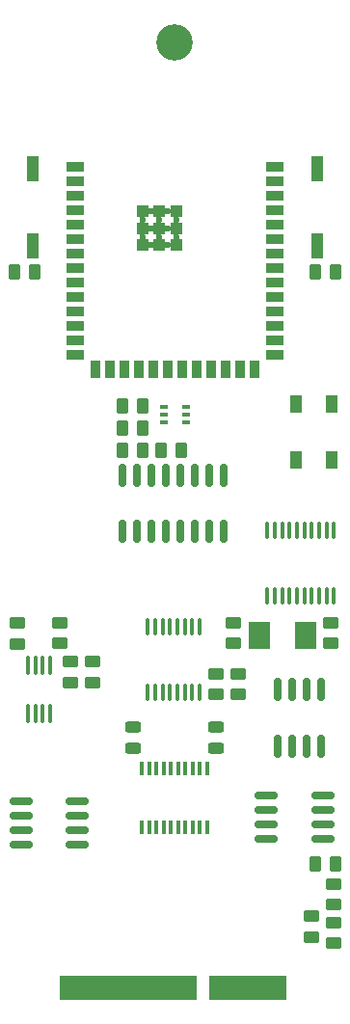
<source format=gts>
%TF.GenerationSoftware,KiCad,Pcbnew,8.0.1-rc1*%
%TF.CreationDate,2024-08-06T22:31:27-04:00*%
%TF.ProjectId,SoM_ESP32_v1,536f4d5f-4553-4503-9332-5f76312e6b69,rev?*%
%TF.SameCoordinates,Original*%
%TF.FileFunction,Soldermask,Top*%
%TF.FilePolarity,Negative*%
%FSLAX46Y46*%
G04 Gerber Fmt 4.6, Leading zero omitted, Abs format (unit mm)*
G04 Created by KiCad (PCBNEW 8.0.1-rc1) date 2024-08-06 22:31:27*
%MOMM*%
%LPD*%
G01*
G04 APERTURE LIST*
G04 Aperture macros list*
%AMRoundRect*
0 Rectangle with rounded corners*
0 $1 Rounding radius*
0 $2 $3 $4 $5 $6 $7 $8 $9 X,Y pos of 4 corners*
0 Add a 4 corners polygon primitive as box body*
4,1,4,$2,$3,$4,$5,$6,$7,$8,$9,$2,$3,0*
0 Add four circle primitives for the rounded corners*
1,1,$1+$1,$2,$3*
1,1,$1+$1,$4,$5*
1,1,$1+$1,$6,$7*
1,1,$1+$1,$8,$9*
0 Add four rect primitives between the rounded corners*
20,1,$1+$1,$2,$3,$4,$5,0*
20,1,$1+$1,$4,$5,$6,$7,0*
20,1,$1+$1,$6,$7,$8,$9,0*
20,1,$1+$1,$8,$9,$2,$3,0*%
G04 Aperture macros list end*
%ADD10C,0.100000*%
%ADD11RoundRect,0.150000X-0.825000X-0.150000X0.825000X-0.150000X0.825000X0.150000X-0.825000X0.150000X0*%
%ADD12RoundRect,0.250000X-0.450000X0.262500X-0.450000X-0.262500X0.450000X-0.262500X0.450000X0.262500X0*%
%ADD13RoundRect,0.150000X-0.150000X0.825000X-0.150000X-0.825000X0.150000X-0.825000X0.150000X0.825000X0*%
%ADD14RoundRect,0.100000X0.100000X-0.637500X0.100000X0.637500X-0.100000X0.637500X-0.100000X-0.637500X0*%
%ADD15R,1.900000X2.400000*%
%ADD16RoundRect,0.100000X0.100000X-0.712500X0.100000X0.712500X-0.100000X0.712500X-0.100000X-0.712500X0*%
%ADD17R,1.500000X0.900000*%
%ADD18R,0.900000X1.500000*%
%ADD19R,1.000000X1.000000*%
%ADD20C,0.600000*%
%ADD21RoundRect,0.100000X-0.100000X0.637500X-0.100000X-0.637500X0.100000X-0.637500X0.100000X0.637500X0*%
%ADD22C,3.200000*%
%ADD23RoundRect,0.250000X0.262500X0.450000X-0.262500X0.450000X-0.262500X-0.450000X0.262500X-0.450000X0*%
%ADD24RoundRect,0.243750X0.456250X-0.243750X0.456250X0.243750X-0.456250X0.243750X-0.456250X-0.243750X0*%
%ADD25R,0.400000X1.200000*%
%ADD26R,1.120000X2.160000*%
%ADD27RoundRect,0.100000X-0.225000X-0.100000X0.225000X-0.100000X0.225000X0.100000X-0.225000X0.100000X0*%
%ADD28RoundRect,0.250000X0.450000X-0.262500X0.450000X0.262500X-0.450000X0.262500X-0.450000X-0.262500X0*%
%ADD29R,1.000000X1.500000*%
%ADD30RoundRect,0.250000X-0.262500X-0.450000X0.262500X-0.450000X0.262500X0.450000X-0.262500X0.450000X0*%
G04 APERTURE END LIST*
D10*
%TO.C,J201*%
X137825000Y-139075000D02*
X125875000Y-139075000D01*
X125875000Y-137075000D01*
X137825000Y-137075000D01*
X137825000Y-139075000D01*
G36*
X137825000Y-139075000D02*
G01*
X125875000Y-139075000D01*
X125875000Y-137075000D01*
X137825000Y-137075000D01*
X137825000Y-139075000D01*
G37*
X145725000Y-139075000D02*
X139025000Y-139075000D01*
X139025000Y-137075000D01*
X145725000Y-137075000D01*
X145725000Y-139075000D01*
G36*
X145725000Y-139075000D02*
G01*
X139025000Y-139075000D01*
X139025000Y-137075000D01*
X145725000Y-137075000D01*
X145725000Y-139075000D01*
G37*
%TD*%
D11*
%TO.C,U402*%
X144050000Y-121190000D03*
X144050000Y-122460000D03*
X144050000Y-123730000D03*
X144050000Y-125000000D03*
X149000000Y-125000000D03*
X149000000Y-123730000D03*
X149000000Y-122460000D03*
X149000000Y-121190000D03*
%TD*%
D12*
%TO.C,C305*%
X139600000Y-110512500D03*
X139600000Y-112337500D03*
%TD*%
D13*
%TO.C,U601*%
X140290000Y-93050000D03*
X139020000Y-93050000D03*
X137750000Y-93050000D03*
X136480000Y-93050000D03*
X135210000Y-93050000D03*
X133940000Y-93050000D03*
X132670000Y-93050000D03*
X131400000Y-93050000D03*
X131400000Y-98000000D03*
X132670000Y-98000000D03*
X133940000Y-98000000D03*
X135210000Y-98000000D03*
X136480000Y-98000000D03*
X137750000Y-98000000D03*
X139020000Y-98000000D03*
X140290000Y-98000000D03*
%TD*%
D12*
%TO.C,C304*%
X141525000Y-110512500D03*
X141525000Y-112337500D03*
%TD*%
D14*
%TO.C,U302*%
X144125000Y-103675000D03*
X144775000Y-103675000D03*
X145425000Y-103675000D03*
X146075000Y-103675000D03*
X146725000Y-103675000D03*
X147375000Y-103675000D03*
X148025000Y-103675000D03*
X148675000Y-103675000D03*
X149325000Y-103675000D03*
X149975000Y-103675000D03*
X149975000Y-97950000D03*
X149325000Y-97950000D03*
X148675000Y-97950000D03*
X148025000Y-97950000D03*
X147375000Y-97950000D03*
X146725000Y-97950000D03*
X146075000Y-97950000D03*
X145425000Y-97950000D03*
X144775000Y-97950000D03*
X144125000Y-97950000D03*
%TD*%
D15*
%TO.C,Y301*%
X147500000Y-107150000D03*
X143400000Y-107150000D03*
%TD*%
D16*
%TO.C,U501*%
X123100000Y-113987500D03*
X123750000Y-113987500D03*
X124400000Y-113987500D03*
X125050000Y-113987500D03*
X125050000Y-109762500D03*
X124400000Y-109762500D03*
X123750000Y-109762500D03*
X123100000Y-109762500D03*
%TD*%
D17*
%TO.C,U701*%
X127260000Y-66040000D03*
X127260000Y-67310000D03*
X127260000Y-68580000D03*
X127260000Y-69850000D03*
X127260000Y-71120000D03*
X127260000Y-72390000D03*
X127260000Y-73660000D03*
X127260000Y-74930000D03*
X127260000Y-76200000D03*
X127260000Y-77470000D03*
X127260000Y-78740000D03*
X127260000Y-80010000D03*
X127260000Y-81280000D03*
X127260000Y-82550000D03*
D18*
X129025000Y-83800000D03*
X130295000Y-83800000D03*
X131565000Y-83800000D03*
X132835000Y-83800000D03*
X134105000Y-83800000D03*
X135375000Y-83800000D03*
X136645000Y-83800000D03*
X137915000Y-83800000D03*
X139185000Y-83800000D03*
X140455000Y-83800000D03*
X141725000Y-83800000D03*
X142995000Y-83800000D03*
D17*
X144760000Y-82550000D03*
X144760000Y-81280000D03*
X144760000Y-80010000D03*
X144760000Y-78740000D03*
X144760000Y-77470000D03*
X144760000Y-76200000D03*
X144760000Y-74930000D03*
X144760000Y-73660000D03*
X144760000Y-72390000D03*
X144760000Y-71120000D03*
X144760000Y-69850000D03*
X144760000Y-68580000D03*
X144760000Y-67310000D03*
X144760000Y-66040000D03*
D19*
X133150000Y-69890000D03*
D20*
X133150000Y-70640000D03*
D19*
X133150000Y-71390000D03*
D20*
X133150000Y-72140000D03*
D19*
X133150000Y-72890000D03*
D20*
X133900000Y-69890000D03*
X133900000Y-71390000D03*
X133900000Y-72890000D03*
D19*
X134650000Y-69890000D03*
D20*
X134650000Y-70640000D03*
D19*
X134650000Y-71390000D03*
D20*
X134650000Y-72140000D03*
D19*
X134650000Y-72890000D03*
D20*
X135400000Y-69890000D03*
X135400000Y-71390000D03*
X135400000Y-72890000D03*
D19*
X136150000Y-69890000D03*
D20*
X136150000Y-70640000D03*
D19*
X136150000Y-71390000D03*
D20*
X136150000Y-72140000D03*
D19*
X136150000Y-72890000D03*
%TD*%
D21*
%TO.C,U301*%
X138175000Y-106375000D03*
X137525000Y-106375000D03*
X136875000Y-106375000D03*
X136225000Y-106375000D03*
X135575000Y-106375000D03*
X134925000Y-106375000D03*
X134275000Y-106375000D03*
X133625000Y-106375000D03*
X133625000Y-112100000D03*
X134275000Y-112100000D03*
X134925000Y-112100000D03*
X135575000Y-112100000D03*
X136225000Y-112100000D03*
X136875000Y-112100000D03*
X137525000Y-112100000D03*
X138175000Y-112100000D03*
%TD*%
D12*
%TO.C,C502*%
X126825000Y-109462500D03*
X126825000Y-111287500D03*
%TD*%
D22*
%TO.C,REF\u002A\u002A*%
X136000000Y-55050000D03*
%TD*%
D23*
%TO.C,R606*%
X133200000Y-87000000D03*
X131375000Y-87000000D03*
%TD*%
D24*
%TO.C,TX*%
X139600000Y-117075000D03*
X139600000Y-115200000D03*
%TD*%
%TO.C,RX*%
X132285000Y-117075000D03*
X132285000Y-115200000D03*
%TD*%
D11*
%TO.C,U401*%
X122500000Y-121740000D03*
X122500000Y-123010000D03*
X122500000Y-124280000D03*
X122500000Y-125550000D03*
X127450000Y-125550000D03*
X127450000Y-124280000D03*
X127450000Y-123010000D03*
X127450000Y-121740000D03*
%TD*%
D25*
%TO.C,U303*%
X138807500Y-118800000D03*
X138172500Y-118800000D03*
X137537500Y-118800000D03*
X136902500Y-118800000D03*
X136267500Y-118800000D03*
X135632500Y-118800000D03*
X134997500Y-118800000D03*
X134362500Y-118800000D03*
X133727500Y-118800000D03*
X133092500Y-118800000D03*
X133092500Y-124000000D03*
X133727500Y-124000000D03*
X134362500Y-124000000D03*
X134997500Y-124000000D03*
X135632500Y-124000000D03*
X136267500Y-124000000D03*
X136902500Y-124000000D03*
X137537500Y-124000000D03*
X138172500Y-124000000D03*
X138807500Y-124000000D03*
%TD*%
D26*
%TO.C,SW602*%
X123500000Y-66200000D03*
X123500000Y-72930000D03*
%TD*%
D12*
%TO.C,C307*%
X149700000Y-106012500D03*
X149700000Y-107837500D03*
%TD*%
D27*
%TO.C,Q603*%
X135050000Y-87100000D03*
X135050000Y-87750000D03*
X135050000Y-88400000D03*
X136950000Y-88400000D03*
X136950000Y-87750000D03*
X136950000Y-87100000D03*
%TD*%
D28*
%TO.C,R302*%
X149950000Y-134187500D03*
X149950000Y-132362500D03*
%TD*%
D26*
%TO.C,SW601*%
X148500000Y-66200000D03*
X148500000Y-72930000D03*
%TD*%
D28*
%TO.C,R501*%
X122200000Y-107875000D03*
X122200000Y-106050000D03*
%TD*%
D29*
%TO.C,D501*%
X149800000Y-86850000D03*
X146600000Y-86850000D03*
X146600000Y-91750000D03*
X149800000Y-91750000D03*
%TD*%
D23*
%TO.C,C606*%
X133212500Y-88950000D03*
X131387500Y-88950000D03*
%TD*%
D30*
%TO.C,C605*%
X121887500Y-75225000D03*
X123712500Y-75225000D03*
%TD*%
D23*
%TO.C,C601*%
X150125000Y-75250000D03*
X148300000Y-75250000D03*
%TD*%
%TO.C,C607*%
X133212500Y-90875000D03*
X131387500Y-90875000D03*
%TD*%
D30*
%TO.C,C303*%
X148312500Y-127200000D03*
X150137500Y-127200000D03*
%TD*%
D12*
%TO.C,C501*%
X128800000Y-109462500D03*
X128800000Y-111287500D03*
%TD*%
D28*
%TO.C,R301*%
X148025000Y-133637500D03*
X148025000Y-131812500D03*
%TD*%
D12*
%TO.C,C306*%
X141150000Y-106012500D03*
X141150000Y-107837500D03*
%TD*%
D30*
%TO.C,R605*%
X134762500Y-90875000D03*
X136587500Y-90875000D03*
%TD*%
D13*
%TO.C,U304*%
X148850000Y-111900000D03*
X147580000Y-111900000D03*
X146310000Y-111900000D03*
X145040000Y-111900000D03*
X145040000Y-116850000D03*
X146310000Y-116850000D03*
X147580000Y-116850000D03*
X148850000Y-116850000D03*
%TD*%
D28*
%TO.C,C302*%
X149950000Y-130775000D03*
X149950000Y-128950000D03*
%TD*%
%TO.C,R502*%
X125925000Y-107862500D03*
X125925000Y-106037500D03*
%TD*%
M02*

</source>
